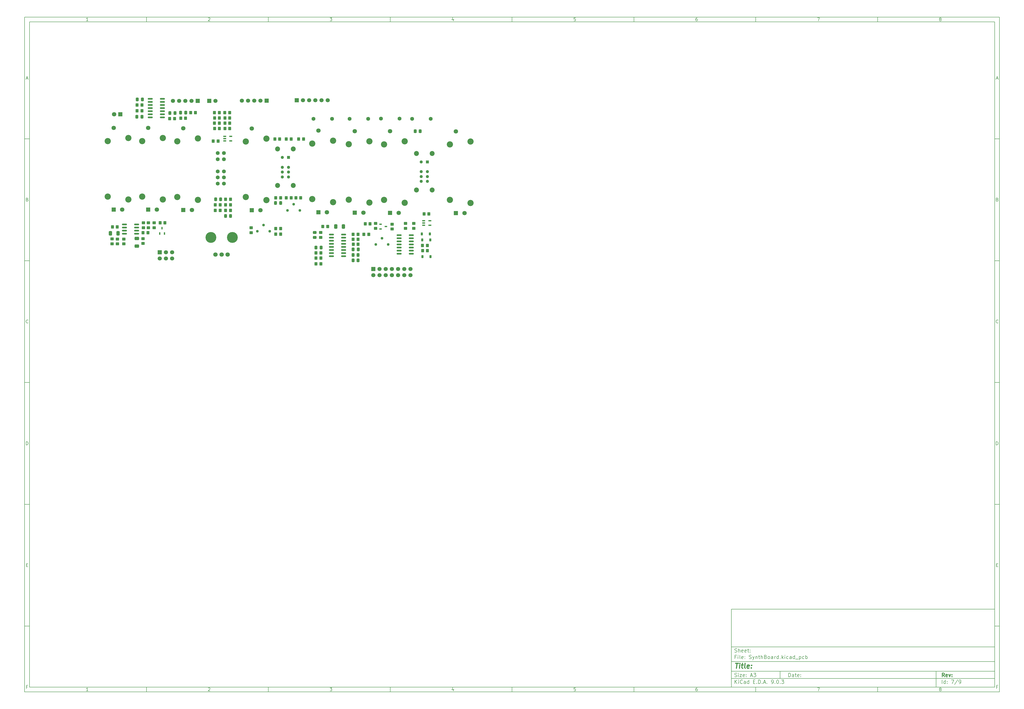
<source format=gbr>
%TF.GenerationSoftware,KiCad,Pcbnew,9.0.3*%
%TF.CreationDate,2025-09-21T20:18:17+09:00*%
%TF.ProjectId,SynthBoard,53796e74-6842-46f6-9172-642e6b696361,rev?*%
%TF.SameCoordinates,Original*%
%TF.FileFunction,Soldermask,Top*%
%TF.FilePolarity,Negative*%
%FSLAX46Y46*%
G04 Gerber Fmt 4.6, Leading zero omitted, Abs format (unit mm)*
G04 Created by KiCad (PCBNEW 9.0.3) date 2025-09-21 20:18:17*
%MOMM*%
%LPD*%
G01*
G04 APERTURE LIST*
G04 Aperture macros list*
%AMRoundRect*
0 Rectangle with rounded corners*
0 $1 Rounding radius*
0 $2 $3 $4 $5 $6 $7 $8 $9 X,Y pos of 4 corners*
0 Add a 4 corners polygon primitive as box body*
4,1,4,$2,$3,$4,$5,$6,$7,$8,$9,$2,$3,0*
0 Add four circle primitives for the rounded corners*
1,1,$1+$1,$2,$3*
1,1,$1+$1,$4,$5*
1,1,$1+$1,$6,$7*
1,1,$1+$1,$8,$9*
0 Add four rect primitives between the rounded corners*
20,1,$1+$1,$2,$3,$4,$5,0*
20,1,$1+$1,$4,$5,$6,$7,0*
20,1,$1+$1,$6,$7,$8,$9,0*
20,1,$1+$1,$8,$9,$2,$3,0*%
G04 Aperture macros list end*
%ADD10C,0.100000*%
%ADD11C,0.150000*%
%ADD12C,0.300000*%
%ADD13C,0.400000*%
%ADD14RoundRect,0.250000X0.337500X0.475000X-0.337500X0.475000X-0.337500X-0.475000X0.337500X-0.475000X0*%
%ADD15RoundRect,0.250000X0.450000X-0.350000X0.450000X0.350000X-0.450000X0.350000X-0.450000X-0.350000X0*%
%ADD16C,1.120000*%
%ADD17C,1.600000*%
%ADD18RoundRect,0.250000X0.350000X0.450000X-0.350000X0.450000X-0.350000X-0.450000X0.350000X-0.450000X0*%
%ADD19RoundRect,0.250000X-0.350000X-0.450000X0.350000X-0.450000X0.350000X0.450000X-0.350000X0.450000X0*%
%ADD20R,1.800000X1.800000*%
%ADD21C,1.800000*%
%ADD22C,2.550000*%
%ADD23RoundRect,0.250000X-0.337500X-0.475000X0.337500X-0.475000X0.337500X0.475000X-0.337500X0.475000X0*%
%ADD24R,1.700000X1.700000*%
%ADD25C,1.700000*%
%ADD26RoundRect,0.150000X-0.825000X-0.150000X0.825000X-0.150000X0.825000X0.150000X-0.825000X0.150000X0*%
%ADD27RoundRect,0.250000X0.650000X-0.412500X0.650000X0.412500X-0.650000X0.412500X-0.650000X-0.412500X0*%
%ADD28RoundRect,0.150000X-0.850000X-0.150000X0.850000X-0.150000X0.850000X0.150000X-0.850000X0.150000X0*%
%ADD29RoundRect,0.225000X-0.225000X-0.375000X0.225000X-0.375000X0.225000X0.375000X-0.225000X0.375000X0*%
%ADD30R,0.600000X1.100000*%
%ADD31R,1.200000X1.200000*%
%ADD32C,1.286000*%
%ADD33C,2.025000*%
%ADD34RoundRect,0.250000X-0.450000X0.350000X-0.450000X-0.350000X0.450000X-0.350000X0.450000X0.350000X0*%
%ADD35RoundRect,0.250000X-0.412500X-0.650000X0.412500X-0.650000X0.412500X0.650000X-0.412500X0.650000X0*%
%ADD36RoundRect,0.250000X0.475000X-0.337500X0.475000X0.337500X-0.475000X0.337500X-0.475000X-0.337500X0*%
%ADD37R,1.100000X0.600000*%
%ADD38R,1.200000X0.600000*%
%ADD39C,4.455000*%
%ADD40RoundRect,0.225000X0.225000X0.375000X-0.225000X0.375000X-0.225000X-0.375000X0.225000X-0.375000X0*%
%ADD41RoundRect,0.250000X0.412500X0.650000X-0.412500X0.650000X-0.412500X-0.650000X0.412500X-0.650000X0*%
G04 APERTURE END LIST*
D10*
D11*
X299989000Y-253002200D02*
X407989000Y-253002200D01*
X407989000Y-285002200D01*
X299989000Y-285002200D01*
X299989000Y-253002200D01*
D10*
D11*
X10000000Y-10000000D02*
X409989000Y-10000000D01*
X409989000Y-287002200D01*
X10000000Y-287002200D01*
X10000000Y-10000000D01*
D10*
D11*
X12000000Y-12000000D02*
X407989000Y-12000000D01*
X407989000Y-285002200D01*
X12000000Y-285002200D01*
X12000000Y-12000000D01*
D10*
D11*
X60000000Y-12000000D02*
X60000000Y-10000000D01*
D10*
D11*
X110000000Y-12000000D02*
X110000000Y-10000000D01*
D10*
D11*
X160000000Y-12000000D02*
X160000000Y-10000000D01*
D10*
D11*
X210000000Y-12000000D02*
X210000000Y-10000000D01*
D10*
D11*
X260000000Y-12000000D02*
X260000000Y-10000000D01*
D10*
D11*
X310000000Y-12000000D02*
X310000000Y-10000000D01*
D10*
D11*
X360000000Y-12000000D02*
X360000000Y-10000000D01*
D10*
D11*
X36089160Y-11593604D02*
X35346303Y-11593604D01*
X35717731Y-11593604D02*
X35717731Y-10293604D01*
X35717731Y-10293604D02*
X35593922Y-10479319D01*
X35593922Y-10479319D02*
X35470112Y-10603128D01*
X35470112Y-10603128D02*
X35346303Y-10665033D01*
D10*
D11*
X85346303Y-10417414D02*
X85408207Y-10355509D01*
X85408207Y-10355509D02*
X85532017Y-10293604D01*
X85532017Y-10293604D02*
X85841541Y-10293604D01*
X85841541Y-10293604D02*
X85965350Y-10355509D01*
X85965350Y-10355509D02*
X86027255Y-10417414D01*
X86027255Y-10417414D02*
X86089160Y-10541223D01*
X86089160Y-10541223D02*
X86089160Y-10665033D01*
X86089160Y-10665033D02*
X86027255Y-10850747D01*
X86027255Y-10850747D02*
X85284398Y-11593604D01*
X85284398Y-11593604D02*
X86089160Y-11593604D01*
D10*
D11*
X135284398Y-10293604D02*
X136089160Y-10293604D01*
X136089160Y-10293604D02*
X135655826Y-10788842D01*
X135655826Y-10788842D02*
X135841541Y-10788842D01*
X135841541Y-10788842D02*
X135965350Y-10850747D01*
X135965350Y-10850747D02*
X136027255Y-10912652D01*
X136027255Y-10912652D02*
X136089160Y-11036461D01*
X136089160Y-11036461D02*
X136089160Y-11345985D01*
X136089160Y-11345985D02*
X136027255Y-11469795D01*
X136027255Y-11469795D02*
X135965350Y-11531700D01*
X135965350Y-11531700D02*
X135841541Y-11593604D01*
X135841541Y-11593604D02*
X135470112Y-11593604D01*
X135470112Y-11593604D02*
X135346303Y-11531700D01*
X135346303Y-11531700D02*
X135284398Y-11469795D01*
D10*
D11*
X185965350Y-10726938D02*
X185965350Y-11593604D01*
X185655826Y-10231700D02*
X185346303Y-11160271D01*
X185346303Y-11160271D02*
X186151064Y-11160271D01*
D10*
D11*
X236027255Y-10293604D02*
X235408207Y-10293604D01*
X235408207Y-10293604D02*
X235346303Y-10912652D01*
X235346303Y-10912652D02*
X235408207Y-10850747D01*
X235408207Y-10850747D02*
X235532017Y-10788842D01*
X235532017Y-10788842D02*
X235841541Y-10788842D01*
X235841541Y-10788842D02*
X235965350Y-10850747D01*
X235965350Y-10850747D02*
X236027255Y-10912652D01*
X236027255Y-10912652D02*
X236089160Y-11036461D01*
X236089160Y-11036461D02*
X236089160Y-11345985D01*
X236089160Y-11345985D02*
X236027255Y-11469795D01*
X236027255Y-11469795D02*
X235965350Y-11531700D01*
X235965350Y-11531700D02*
X235841541Y-11593604D01*
X235841541Y-11593604D02*
X235532017Y-11593604D01*
X235532017Y-11593604D02*
X235408207Y-11531700D01*
X235408207Y-11531700D02*
X235346303Y-11469795D01*
D10*
D11*
X285965350Y-10293604D02*
X285717731Y-10293604D01*
X285717731Y-10293604D02*
X285593922Y-10355509D01*
X285593922Y-10355509D02*
X285532017Y-10417414D01*
X285532017Y-10417414D02*
X285408207Y-10603128D01*
X285408207Y-10603128D02*
X285346303Y-10850747D01*
X285346303Y-10850747D02*
X285346303Y-11345985D01*
X285346303Y-11345985D02*
X285408207Y-11469795D01*
X285408207Y-11469795D02*
X285470112Y-11531700D01*
X285470112Y-11531700D02*
X285593922Y-11593604D01*
X285593922Y-11593604D02*
X285841541Y-11593604D01*
X285841541Y-11593604D02*
X285965350Y-11531700D01*
X285965350Y-11531700D02*
X286027255Y-11469795D01*
X286027255Y-11469795D02*
X286089160Y-11345985D01*
X286089160Y-11345985D02*
X286089160Y-11036461D01*
X286089160Y-11036461D02*
X286027255Y-10912652D01*
X286027255Y-10912652D02*
X285965350Y-10850747D01*
X285965350Y-10850747D02*
X285841541Y-10788842D01*
X285841541Y-10788842D02*
X285593922Y-10788842D01*
X285593922Y-10788842D02*
X285470112Y-10850747D01*
X285470112Y-10850747D02*
X285408207Y-10912652D01*
X285408207Y-10912652D02*
X285346303Y-11036461D01*
D10*
D11*
X335284398Y-10293604D02*
X336151064Y-10293604D01*
X336151064Y-10293604D02*
X335593922Y-11593604D01*
D10*
D11*
X385593922Y-10850747D02*
X385470112Y-10788842D01*
X385470112Y-10788842D02*
X385408207Y-10726938D01*
X385408207Y-10726938D02*
X385346303Y-10603128D01*
X385346303Y-10603128D02*
X385346303Y-10541223D01*
X385346303Y-10541223D02*
X385408207Y-10417414D01*
X385408207Y-10417414D02*
X385470112Y-10355509D01*
X385470112Y-10355509D02*
X385593922Y-10293604D01*
X385593922Y-10293604D02*
X385841541Y-10293604D01*
X385841541Y-10293604D02*
X385965350Y-10355509D01*
X385965350Y-10355509D02*
X386027255Y-10417414D01*
X386027255Y-10417414D02*
X386089160Y-10541223D01*
X386089160Y-10541223D02*
X386089160Y-10603128D01*
X386089160Y-10603128D02*
X386027255Y-10726938D01*
X386027255Y-10726938D02*
X385965350Y-10788842D01*
X385965350Y-10788842D02*
X385841541Y-10850747D01*
X385841541Y-10850747D02*
X385593922Y-10850747D01*
X385593922Y-10850747D02*
X385470112Y-10912652D01*
X385470112Y-10912652D02*
X385408207Y-10974557D01*
X385408207Y-10974557D02*
X385346303Y-11098366D01*
X385346303Y-11098366D02*
X385346303Y-11345985D01*
X385346303Y-11345985D02*
X385408207Y-11469795D01*
X385408207Y-11469795D02*
X385470112Y-11531700D01*
X385470112Y-11531700D02*
X385593922Y-11593604D01*
X385593922Y-11593604D02*
X385841541Y-11593604D01*
X385841541Y-11593604D02*
X385965350Y-11531700D01*
X385965350Y-11531700D02*
X386027255Y-11469795D01*
X386027255Y-11469795D02*
X386089160Y-11345985D01*
X386089160Y-11345985D02*
X386089160Y-11098366D01*
X386089160Y-11098366D02*
X386027255Y-10974557D01*
X386027255Y-10974557D02*
X385965350Y-10912652D01*
X385965350Y-10912652D02*
X385841541Y-10850747D01*
D10*
D11*
X60000000Y-285002200D02*
X60000000Y-287002200D01*
D10*
D11*
X110000000Y-285002200D02*
X110000000Y-287002200D01*
D10*
D11*
X160000000Y-285002200D02*
X160000000Y-287002200D01*
D10*
D11*
X210000000Y-285002200D02*
X210000000Y-287002200D01*
D10*
D11*
X260000000Y-285002200D02*
X260000000Y-287002200D01*
D10*
D11*
X310000000Y-285002200D02*
X310000000Y-287002200D01*
D10*
D11*
X360000000Y-285002200D02*
X360000000Y-287002200D01*
D10*
D11*
X36089160Y-286595804D02*
X35346303Y-286595804D01*
X35717731Y-286595804D02*
X35717731Y-285295804D01*
X35717731Y-285295804D02*
X35593922Y-285481519D01*
X35593922Y-285481519D02*
X35470112Y-285605328D01*
X35470112Y-285605328D02*
X35346303Y-285667233D01*
D10*
D11*
X85346303Y-285419614D02*
X85408207Y-285357709D01*
X85408207Y-285357709D02*
X85532017Y-285295804D01*
X85532017Y-285295804D02*
X85841541Y-285295804D01*
X85841541Y-285295804D02*
X85965350Y-285357709D01*
X85965350Y-285357709D02*
X86027255Y-285419614D01*
X86027255Y-285419614D02*
X86089160Y-285543423D01*
X86089160Y-285543423D02*
X86089160Y-285667233D01*
X86089160Y-285667233D02*
X86027255Y-285852947D01*
X86027255Y-285852947D02*
X85284398Y-286595804D01*
X85284398Y-286595804D02*
X86089160Y-286595804D01*
D10*
D11*
X135284398Y-285295804D02*
X136089160Y-285295804D01*
X136089160Y-285295804D02*
X135655826Y-285791042D01*
X135655826Y-285791042D02*
X135841541Y-285791042D01*
X135841541Y-285791042D02*
X135965350Y-285852947D01*
X135965350Y-285852947D02*
X136027255Y-285914852D01*
X136027255Y-285914852D02*
X136089160Y-286038661D01*
X136089160Y-286038661D02*
X136089160Y-286348185D01*
X136089160Y-286348185D02*
X136027255Y-286471995D01*
X136027255Y-286471995D02*
X135965350Y-286533900D01*
X135965350Y-286533900D02*
X135841541Y-286595804D01*
X135841541Y-286595804D02*
X135470112Y-286595804D01*
X135470112Y-286595804D02*
X135346303Y-286533900D01*
X135346303Y-286533900D02*
X135284398Y-286471995D01*
D10*
D11*
X185965350Y-285729138D02*
X185965350Y-286595804D01*
X185655826Y-285233900D02*
X185346303Y-286162471D01*
X185346303Y-286162471D02*
X186151064Y-286162471D01*
D10*
D11*
X236027255Y-285295804D02*
X235408207Y-285295804D01*
X235408207Y-285295804D02*
X235346303Y-285914852D01*
X235346303Y-285914852D02*
X235408207Y-285852947D01*
X235408207Y-285852947D02*
X235532017Y-285791042D01*
X235532017Y-285791042D02*
X235841541Y-285791042D01*
X235841541Y-285791042D02*
X235965350Y-285852947D01*
X235965350Y-285852947D02*
X236027255Y-285914852D01*
X236027255Y-285914852D02*
X236089160Y-286038661D01*
X236089160Y-286038661D02*
X236089160Y-286348185D01*
X236089160Y-286348185D02*
X236027255Y-286471995D01*
X236027255Y-286471995D02*
X235965350Y-286533900D01*
X235965350Y-286533900D02*
X235841541Y-286595804D01*
X235841541Y-286595804D02*
X235532017Y-286595804D01*
X235532017Y-286595804D02*
X235408207Y-286533900D01*
X235408207Y-286533900D02*
X235346303Y-286471995D01*
D10*
D11*
X285965350Y-285295804D02*
X285717731Y-285295804D01*
X285717731Y-285295804D02*
X285593922Y-285357709D01*
X285593922Y-285357709D02*
X285532017Y-285419614D01*
X285532017Y-285419614D02*
X285408207Y-285605328D01*
X285408207Y-285605328D02*
X285346303Y-285852947D01*
X285346303Y-285852947D02*
X285346303Y-286348185D01*
X285346303Y-286348185D02*
X285408207Y-286471995D01*
X285408207Y-286471995D02*
X285470112Y-286533900D01*
X285470112Y-286533900D02*
X285593922Y-286595804D01*
X285593922Y-286595804D02*
X285841541Y-286595804D01*
X285841541Y-286595804D02*
X285965350Y-286533900D01*
X285965350Y-286533900D02*
X286027255Y-286471995D01*
X286027255Y-286471995D02*
X286089160Y-286348185D01*
X286089160Y-286348185D02*
X286089160Y-286038661D01*
X286089160Y-286038661D02*
X286027255Y-285914852D01*
X286027255Y-285914852D02*
X285965350Y-285852947D01*
X285965350Y-285852947D02*
X285841541Y-285791042D01*
X285841541Y-285791042D02*
X285593922Y-285791042D01*
X285593922Y-285791042D02*
X285470112Y-285852947D01*
X285470112Y-285852947D02*
X285408207Y-285914852D01*
X285408207Y-285914852D02*
X285346303Y-286038661D01*
D10*
D11*
X335284398Y-285295804D02*
X336151064Y-285295804D01*
X336151064Y-285295804D02*
X335593922Y-286595804D01*
D10*
D11*
X385593922Y-285852947D02*
X385470112Y-285791042D01*
X385470112Y-285791042D02*
X385408207Y-285729138D01*
X385408207Y-285729138D02*
X385346303Y-285605328D01*
X385346303Y-285605328D02*
X385346303Y-285543423D01*
X385346303Y-285543423D02*
X385408207Y-285419614D01*
X385408207Y-285419614D02*
X385470112Y-285357709D01*
X385470112Y-285357709D02*
X385593922Y-285295804D01*
X385593922Y-285295804D02*
X385841541Y-285295804D01*
X385841541Y-285295804D02*
X385965350Y-285357709D01*
X385965350Y-285357709D02*
X386027255Y-285419614D01*
X386027255Y-285419614D02*
X386089160Y-285543423D01*
X386089160Y-285543423D02*
X386089160Y-285605328D01*
X386089160Y-285605328D02*
X386027255Y-285729138D01*
X386027255Y-285729138D02*
X385965350Y-285791042D01*
X385965350Y-285791042D02*
X385841541Y-285852947D01*
X385841541Y-285852947D02*
X385593922Y-285852947D01*
X385593922Y-285852947D02*
X385470112Y-285914852D01*
X385470112Y-285914852D02*
X385408207Y-285976757D01*
X385408207Y-285976757D02*
X385346303Y-286100566D01*
X385346303Y-286100566D02*
X385346303Y-286348185D01*
X385346303Y-286348185D02*
X385408207Y-286471995D01*
X385408207Y-286471995D02*
X385470112Y-286533900D01*
X385470112Y-286533900D02*
X385593922Y-286595804D01*
X385593922Y-286595804D02*
X385841541Y-286595804D01*
X385841541Y-286595804D02*
X385965350Y-286533900D01*
X385965350Y-286533900D02*
X386027255Y-286471995D01*
X386027255Y-286471995D02*
X386089160Y-286348185D01*
X386089160Y-286348185D02*
X386089160Y-286100566D01*
X386089160Y-286100566D02*
X386027255Y-285976757D01*
X386027255Y-285976757D02*
X385965350Y-285914852D01*
X385965350Y-285914852D02*
X385841541Y-285852947D01*
D10*
D11*
X10000000Y-60000000D02*
X12000000Y-60000000D01*
D10*
D11*
X10000000Y-110000000D02*
X12000000Y-110000000D01*
D10*
D11*
X10000000Y-160000000D02*
X12000000Y-160000000D01*
D10*
D11*
X10000000Y-210000000D02*
X12000000Y-210000000D01*
D10*
D11*
X10000000Y-260000000D02*
X12000000Y-260000000D01*
D10*
D11*
X10690476Y-35222176D02*
X11309523Y-35222176D01*
X10566666Y-35593604D02*
X10999999Y-34293604D01*
X10999999Y-34293604D02*
X11433333Y-35593604D01*
D10*
D11*
X11092857Y-84912652D02*
X11278571Y-84974557D01*
X11278571Y-84974557D02*
X11340476Y-85036461D01*
X11340476Y-85036461D02*
X11402380Y-85160271D01*
X11402380Y-85160271D02*
X11402380Y-85345985D01*
X11402380Y-85345985D02*
X11340476Y-85469795D01*
X11340476Y-85469795D02*
X11278571Y-85531700D01*
X11278571Y-85531700D02*
X11154761Y-85593604D01*
X11154761Y-85593604D02*
X10659523Y-85593604D01*
X10659523Y-85593604D02*
X10659523Y-84293604D01*
X10659523Y-84293604D02*
X11092857Y-84293604D01*
X11092857Y-84293604D02*
X11216666Y-84355509D01*
X11216666Y-84355509D02*
X11278571Y-84417414D01*
X11278571Y-84417414D02*
X11340476Y-84541223D01*
X11340476Y-84541223D02*
X11340476Y-84665033D01*
X11340476Y-84665033D02*
X11278571Y-84788842D01*
X11278571Y-84788842D02*
X11216666Y-84850747D01*
X11216666Y-84850747D02*
X11092857Y-84912652D01*
X11092857Y-84912652D02*
X10659523Y-84912652D01*
D10*
D11*
X11402380Y-135469795D02*
X11340476Y-135531700D01*
X11340476Y-135531700D02*
X11154761Y-135593604D01*
X11154761Y-135593604D02*
X11030952Y-135593604D01*
X11030952Y-135593604D02*
X10845238Y-135531700D01*
X10845238Y-135531700D02*
X10721428Y-135407890D01*
X10721428Y-135407890D02*
X10659523Y-135284080D01*
X10659523Y-135284080D02*
X10597619Y-135036461D01*
X10597619Y-135036461D02*
X10597619Y-134850747D01*
X10597619Y-134850747D02*
X10659523Y-134603128D01*
X10659523Y-134603128D02*
X10721428Y-134479319D01*
X10721428Y-134479319D02*
X10845238Y-134355509D01*
X10845238Y-134355509D02*
X11030952Y-134293604D01*
X11030952Y-134293604D02*
X11154761Y-134293604D01*
X11154761Y-134293604D02*
X11340476Y-134355509D01*
X11340476Y-134355509D02*
X11402380Y-134417414D01*
D10*
D11*
X10659523Y-185593604D02*
X10659523Y-184293604D01*
X10659523Y-184293604D02*
X10969047Y-184293604D01*
X10969047Y-184293604D02*
X11154761Y-184355509D01*
X11154761Y-184355509D02*
X11278571Y-184479319D01*
X11278571Y-184479319D02*
X11340476Y-184603128D01*
X11340476Y-184603128D02*
X11402380Y-184850747D01*
X11402380Y-184850747D02*
X11402380Y-185036461D01*
X11402380Y-185036461D02*
X11340476Y-185284080D01*
X11340476Y-185284080D02*
X11278571Y-185407890D01*
X11278571Y-185407890D02*
X11154761Y-185531700D01*
X11154761Y-185531700D02*
X10969047Y-185593604D01*
X10969047Y-185593604D02*
X10659523Y-185593604D01*
D10*
D11*
X10721428Y-234912652D02*
X11154762Y-234912652D01*
X11340476Y-235593604D02*
X10721428Y-235593604D01*
X10721428Y-235593604D02*
X10721428Y-234293604D01*
X10721428Y-234293604D02*
X11340476Y-234293604D01*
D10*
D11*
X11185714Y-284912652D02*
X10752380Y-284912652D01*
X10752380Y-285593604D02*
X10752380Y-284293604D01*
X10752380Y-284293604D02*
X11371428Y-284293604D01*
D10*
D11*
X409989000Y-60000000D02*
X407989000Y-60000000D01*
D10*
D11*
X409989000Y-110000000D02*
X407989000Y-110000000D01*
D10*
D11*
X409989000Y-160000000D02*
X407989000Y-160000000D01*
D10*
D11*
X409989000Y-210000000D02*
X407989000Y-210000000D01*
D10*
D11*
X409989000Y-260000000D02*
X407989000Y-260000000D01*
D10*
D11*
X408679476Y-35222176D02*
X409298523Y-35222176D01*
X408555666Y-35593604D02*
X408988999Y-34293604D01*
X408988999Y-34293604D02*
X409422333Y-35593604D01*
D10*
D11*
X409081857Y-84912652D02*
X409267571Y-84974557D01*
X409267571Y-84974557D02*
X409329476Y-85036461D01*
X409329476Y-85036461D02*
X409391380Y-85160271D01*
X409391380Y-85160271D02*
X409391380Y-85345985D01*
X409391380Y-85345985D02*
X409329476Y-85469795D01*
X409329476Y-85469795D02*
X409267571Y-85531700D01*
X409267571Y-85531700D02*
X409143761Y-85593604D01*
X409143761Y-85593604D02*
X408648523Y-85593604D01*
X408648523Y-85593604D02*
X408648523Y-84293604D01*
X408648523Y-84293604D02*
X409081857Y-84293604D01*
X409081857Y-84293604D02*
X409205666Y-84355509D01*
X409205666Y-84355509D02*
X409267571Y-84417414D01*
X409267571Y-84417414D02*
X409329476Y-84541223D01*
X409329476Y-84541223D02*
X409329476Y-84665033D01*
X409329476Y-84665033D02*
X409267571Y-84788842D01*
X409267571Y-84788842D02*
X409205666Y-84850747D01*
X409205666Y-84850747D02*
X409081857Y-84912652D01*
X409081857Y-84912652D02*
X408648523Y-84912652D01*
D10*
D11*
X409391380Y-135469795D02*
X409329476Y-135531700D01*
X409329476Y-135531700D02*
X409143761Y-135593604D01*
X409143761Y-135593604D02*
X409019952Y-135593604D01*
X409019952Y-135593604D02*
X408834238Y-135531700D01*
X408834238Y-135531700D02*
X408710428Y-135407890D01*
X408710428Y-135407890D02*
X408648523Y-135284080D01*
X408648523Y-135284080D02*
X408586619Y-135036461D01*
X408586619Y-135036461D02*
X408586619Y-134850747D01*
X408586619Y-134850747D02*
X408648523Y-134603128D01*
X408648523Y-134603128D02*
X408710428Y-134479319D01*
X408710428Y-134479319D02*
X408834238Y-134355509D01*
X408834238Y-134355509D02*
X409019952Y-134293604D01*
X409019952Y-134293604D02*
X409143761Y-134293604D01*
X409143761Y-134293604D02*
X409329476Y-134355509D01*
X409329476Y-134355509D02*
X409391380Y-134417414D01*
D10*
D11*
X408648523Y-185593604D02*
X408648523Y-184293604D01*
X408648523Y-184293604D02*
X408958047Y-184293604D01*
X408958047Y-184293604D02*
X409143761Y-184355509D01*
X409143761Y-184355509D02*
X409267571Y-184479319D01*
X409267571Y-184479319D02*
X409329476Y-184603128D01*
X409329476Y-184603128D02*
X409391380Y-184850747D01*
X409391380Y-184850747D02*
X409391380Y-185036461D01*
X409391380Y-185036461D02*
X409329476Y-185284080D01*
X409329476Y-185284080D02*
X409267571Y-185407890D01*
X409267571Y-185407890D02*
X409143761Y-185531700D01*
X409143761Y-185531700D02*
X408958047Y-185593604D01*
X408958047Y-185593604D02*
X408648523Y-185593604D01*
D10*
D11*
X408710428Y-234912652D02*
X409143762Y-234912652D01*
X409329476Y-235593604D02*
X408710428Y-235593604D01*
X408710428Y-235593604D02*
X408710428Y-234293604D01*
X408710428Y-234293604D02*
X409329476Y-234293604D01*
D10*
D11*
X409174714Y-284912652D02*
X408741380Y-284912652D01*
X408741380Y-285593604D02*
X408741380Y-284293604D01*
X408741380Y-284293604D02*
X409360428Y-284293604D01*
D10*
D11*
X323444826Y-280788328D02*
X323444826Y-279288328D01*
X323444826Y-279288328D02*
X323801969Y-279288328D01*
X323801969Y-279288328D02*
X324016255Y-279359757D01*
X324016255Y-279359757D02*
X324159112Y-279502614D01*
X324159112Y-279502614D02*
X324230541Y-279645471D01*
X324230541Y-279645471D02*
X324301969Y-279931185D01*
X324301969Y-279931185D02*
X324301969Y-280145471D01*
X324301969Y-280145471D02*
X324230541Y-280431185D01*
X324230541Y-280431185D02*
X324159112Y-280574042D01*
X324159112Y-280574042D02*
X324016255Y-280716900D01*
X324016255Y-280716900D02*
X323801969Y-280788328D01*
X323801969Y-280788328D02*
X323444826Y-280788328D01*
X325587684Y-280788328D02*
X325587684Y-280002614D01*
X325587684Y-280002614D02*
X325516255Y-279859757D01*
X325516255Y-279859757D02*
X325373398Y-279788328D01*
X325373398Y-279788328D02*
X325087684Y-279788328D01*
X325087684Y-279788328D02*
X324944826Y-279859757D01*
X325587684Y-280716900D02*
X325444826Y-280788328D01*
X325444826Y-280788328D02*
X325087684Y-280788328D01*
X325087684Y-280788328D02*
X324944826Y-280716900D01*
X324944826Y-280716900D02*
X324873398Y-280574042D01*
X324873398Y-280574042D02*
X324873398Y-280431185D01*
X324873398Y-280431185D02*
X324944826Y-280288328D01*
X324944826Y-280288328D02*
X325087684Y-280216900D01*
X325087684Y-280216900D02*
X325444826Y-280216900D01*
X325444826Y-280216900D02*
X325587684Y-280145471D01*
X326087684Y-279788328D02*
X326659112Y-279788328D01*
X326301969Y-279288328D02*
X326301969Y-280574042D01*
X326301969Y-280574042D02*
X326373398Y-280716900D01*
X326373398Y-280716900D02*
X326516255Y-280788328D01*
X326516255Y-280788328D02*
X326659112Y-280788328D01*
X327730541Y-280716900D02*
X327587684Y-280788328D01*
X327587684Y-280788328D02*
X327301970Y-280788328D01*
X327301970Y-280788328D02*
X327159112Y-280716900D01*
X327159112Y-280716900D02*
X327087684Y-280574042D01*
X327087684Y-280574042D02*
X327087684Y-280002614D01*
X327087684Y-280002614D02*
X327159112Y-279859757D01*
X327159112Y-279859757D02*
X327301970Y-279788328D01*
X327301970Y-279788328D02*
X327587684Y-279788328D01*
X327587684Y-279788328D02*
X327730541Y-279859757D01*
X327730541Y-279859757D02*
X327801970Y-280002614D01*
X327801970Y-280002614D02*
X327801970Y-280145471D01*
X327801970Y-280145471D02*
X327087684Y-280288328D01*
X328444826Y-280645471D02*
X328516255Y-280716900D01*
X328516255Y-280716900D02*
X328444826Y-280788328D01*
X328444826Y-280788328D02*
X328373398Y-280716900D01*
X328373398Y-280716900D02*
X328444826Y-280645471D01*
X328444826Y-280645471D02*
X328444826Y-280788328D01*
X328444826Y-279859757D02*
X328516255Y-279931185D01*
X328516255Y-279931185D02*
X328444826Y-280002614D01*
X328444826Y-280002614D02*
X328373398Y-279931185D01*
X328373398Y-279931185D02*
X328444826Y-279859757D01*
X328444826Y-279859757D02*
X328444826Y-280002614D01*
D10*
D11*
X299989000Y-281502200D02*
X407989000Y-281502200D01*
D10*
D11*
X301444826Y-283588328D02*
X301444826Y-282088328D01*
X302301969Y-283588328D02*
X301659112Y-282731185D01*
X302301969Y-282088328D02*
X301444826Y-282945471D01*
X302944826Y-283588328D02*
X302944826Y-282588328D01*
X302944826Y-282088328D02*
X302873398Y-282159757D01*
X302873398Y-282159757D02*
X302944826Y-282231185D01*
X302944826Y-282231185D02*
X303016255Y-282159757D01*
X303016255Y-282159757D02*
X302944826Y-282088328D01*
X302944826Y-282088328D02*
X302944826Y-282231185D01*
X304516255Y-283445471D02*
X304444827Y-283516900D01*
X304444827Y-283516900D02*
X304230541Y-283588328D01*
X304230541Y-283588328D02*
X304087684Y-283588328D01*
X304087684Y-283588328D02*
X303873398Y-283516900D01*
X303873398Y-283516900D02*
X303730541Y-283374042D01*
X303730541Y-283374042D02*
X303659112Y-283231185D01*
X303659112Y-283231185D02*
X303587684Y-282945471D01*
X303587684Y-282945471D02*
X303587684Y-282731185D01*
X303587684Y-282731185D02*
X303659112Y-282445471D01*
X303659112Y-282445471D02*
X303730541Y-282302614D01*
X303730541Y-282302614D02*
X303873398Y-282159757D01*
X303873398Y-282159757D02*
X304087684Y-282088328D01*
X304087684Y-282088328D02*
X304230541Y-282088328D01*
X304230541Y-282088328D02*
X304444827Y-282159757D01*
X304444827Y-282159757D02*
X304516255Y-282231185D01*
X305801970Y-283588328D02*
X305801970Y-282802614D01*
X305801970Y-282802614D02*
X305730541Y-282659757D01*
X305730541Y-282659757D02*
X305587684Y-282588328D01*
X305587684Y-282588328D02*
X305301970Y-282588328D01*
X305301970Y-282588328D02*
X305159112Y-282659757D01*
X305801970Y-283516900D02*
X305659112Y-283588328D01*
X305659112Y-283588328D02*
X305301970Y-283588328D01*
X305301970Y-283588328D02*
X305159112Y-283516900D01*
X305159112Y-283516900D02*
X305087684Y-283374042D01*
X305087684Y-283374042D02*
X305087684Y-283231185D01*
X305087684Y-283231185D02*
X305159112Y-283088328D01*
X305159112Y-283088328D02*
X305301970Y-283016900D01*
X305301970Y-283016900D02*
X305659112Y-283016900D01*
X305659112Y-283016900D02*
X305801970Y-282945471D01*
X307159113Y-283588328D02*
X307159113Y-282088328D01*
X307159113Y-283516900D02*
X307016255Y-283588328D01*
X307016255Y-283588328D02*
X306730541Y-283588328D01*
X306730541Y-283588328D02*
X306587684Y-283516900D01*
X306587684Y-283516900D02*
X306516255Y-283445471D01*
X306516255Y-283445471D02*
X306444827Y-283302614D01*
X306444827Y-283302614D02*
X306444827Y-282874042D01*
X306444827Y-282874042D02*
X306516255Y-282731185D01*
X306516255Y-282731185D02*
X306587684Y-282659757D01*
X306587684Y-282659757D02*
X306730541Y-282588328D01*
X306730541Y-282588328D02*
X307016255Y-282588328D01*
X307016255Y-282588328D02*
X307159113Y-282659757D01*
X309016255Y-282802614D02*
X309516255Y-282802614D01*
X309730541Y-283588328D02*
X309016255Y-283588328D01*
X309016255Y-283588328D02*
X309016255Y-282088328D01*
X309016255Y-282088328D02*
X309730541Y-282088328D01*
X310373398Y-283445471D02*
X310444827Y-283516900D01*
X310444827Y-283516900D02*
X310373398Y-283588328D01*
X310373398Y-283588328D02*
X310301970Y-283516900D01*
X310301970Y-283516900D02*
X310373398Y-283445471D01*
X310373398Y-283445471D02*
X310373398Y-283588328D01*
X311087684Y-283588328D02*
X311087684Y-282088328D01*
X311087684Y-282088328D02*
X311444827Y-282088328D01*
X311444827Y-282088328D02*
X311659113Y-282159757D01*
X311659113Y-282159757D02*
X311801970Y-282302614D01*
X311801970Y-282302614D02*
X311873399Y-282445471D01*
X311873399Y-282445471D02*
X311944827Y-282731185D01*
X311944827Y-282731185D02*
X311944827Y-282945471D01*
X311944827Y-282945471D02*
X311873399Y-283231185D01*
X311873399Y-283231185D02*
X311801970Y-283374042D01*
X311801970Y-283374042D02*
X311659113Y-283516900D01*
X311659113Y-283516900D02*
X311444827Y-283588328D01*
X311444827Y-283588328D02*
X311087684Y-283588328D01*
X312587684Y-283445471D02*
X312659113Y-283516900D01*
X312659113Y-283516900D02*
X312587684Y-283588328D01*
X312587684Y-283588328D02*
X312516256Y-283516900D01*
X312516256Y-283516900D02*
X312587684Y-283445471D01*
X312587684Y-283445471D02*
X312587684Y-283588328D01*
X313230542Y-283159757D02*
X313944828Y-283159757D01*
X313087685Y-283588328D02*
X313587685Y-282088328D01*
X313587685Y-282088328D02*
X314087685Y-283588328D01*
X314587684Y-283445471D02*
X314659113Y-283516900D01*
X314659113Y-283516900D02*
X314587684Y-283588328D01*
X314587684Y-283588328D02*
X314516256Y-283516900D01*
X314516256Y-283516900D02*
X314587684Y-283445471D01*
X314587684Y-283445471D02*
X314587684Y-283588328D01*
X316516256Y-283588328D02*
X316801970Y-283588328D01*
X316801970Y-283588328D02*
X316944827Y-283516900D01*
X316944827Y-283516900D02*
X317016256Y-283445471D01*
X317016256Y-283445471D02*
X317159113Y-283231185D01*
X317159113Y-283231185D02*
X317230542Y-282945471D01*
X317230542Y-282945471D02*
X317230542Y-282374042D01*
X317230542Y-282374042D02*
X317159113Y-282231185D01*
X317159113Y-282231185D02*
X317087685Y-282159757D01*
X317087685Y-282159757D02*
X316944827Y-282088328D01*
X316944827Y-282088328D02*
X316659113Y-282088328D01*
X316659113Y-282088328D02*
X316516256Y-282159757D01*
X316516256Y-282159757D02*
X316444827Y-282231185D01*
X316444827Y-282231185D02*
X316373399Y-282374042D01*
X316373399Y-282374042D02*
X316373399Y-282731185D01*
X316373399Y-282731185D02*
X316444827Y-282874042D01*
X316444827Y-282874042D02*
X316516256Y-282945471D01*
X316516256Y-282945471D02*
X316659113Y-283016900D01*
X316659113Y-283016900D02*
X316944827Y-283016900D01*
X316944827Y-283016900D02*
X317087685Y-282945471D01*
X317087685Y-282945471D02*
X317159113Y-282874042D01*
X317159113Y-282874042D02*
X317230542Y-282731185D01*
X317873398Y-283445471D02*
X317944827Y-283516900D01*
X317944827Y-283516900D02*
X317873398Y-283588328D01*
X317873398Y-283588328D02*
X317801970Y-283516900D01*
X317801970Y-283516900D02*
X317873398Y-283445471D01*
X317873398Y-283445471D02*
X317873398Y-283588328D01*
X318873399Y-282088328D02*
X319016256Y-282088328D01*
X319016256Y-282088328D02*
X319159113Y-282159757D01*
X319159113Y-282159757D02*
X319230542Y-282231185D01*
X319230542Y-282231185D02*
X319301970Y-282374042D01*
X319301970Y-282374042D02*
X319373399Y-282659757D01*
X319373399Y-282659757D02*
X319373399Y-283016900D01*
X319373399Y-283016900D02*
X319301970Y-283302614D01*
X319301970Y-283302614D02*
X319230542Y-283445471D01*
X319230542Y-283445471D02*
X319159113Y-283516900D01*
X319159113Y-283516900D02*
X319016256Y-283588328D01*
X319016256Y-283588328D02*
X318873399Y-283588328D01*
X318873399Y-283588328D02*
X318730542Y-283516900D01*
X318730542Y-283516900D02*
X318659113Y-283445471D01*
X318659113Y-283445471D02*
X318587684Y-283302614D01*
X318587684Y-283302614D02*
X318516256Y-283016900D01*
X318516256Y-283016900D02*
X318516256Y-282659757D01*
X318516256Y-282659757D02*
X318587684Y-282374042D01*
X318587684Y-282374042D02*
X318659113Y-282231185D01*
X318659113Y-282231185D02*
X318730542Y-282159757D01*
X318730542Y-282159757D02*
X318873399Y-282088328D01*
X320016255Y-283445471D02*
X320087684Y-283516900D01*
X320087684Y-283516900D02*
X320016255Y-283588328D01*
X320016255Y-283588328D02*
X319944827Y-283516900D01*
X319944827Y-283516900D02*
X320016255Y-283445471D01*
X320016255Y-283445471D02*
X320016255Y-283588328D01*
X320587684Y-282088328D02*
X321516256Y-282088328D01*
X321516256Y-282088328D02*
X321016256Y-282659757D01*
X321016256Y-282659757D02*
X321230541Y-282659757D01*
X321230541Y-282659757D02*
X321373399Y-282731185D01*
X321373399Y-282731185D02*
X321444827Y-282802614D01*
X321444827Y-282802614D02*
X321516256Y-282945471D01*
X321516256Y-282945471D02*
X321516256Y-283302614D01*
X321516256Y-283302614D02*
X321444827Y-283445471D01*
X321444827Y-283445471D02*
X321373399Y-283516900D01*
X321373399Y-283516900D02*
X321230541Y-283588328D01*
X321230541Y-283588328D02*
X320801970Y-283588328D01*
X320801970Y-283588328D02*
X320659113Y-283516900D01*
X320659113Y-283516900D02*
X320587684Y-283445471D01*
D10*
D11*
X299989000Y-278502200D02*
X407989000Y-278502200D01*
D10*
D12*
X387400653Y-280780528D02*
X386900653Y-280066242D01*
X386543510Y-280780528D02*
X386543510Y-279280528D01*
X386543510Y-279280528D02*
X387114939Y-279280528D01*
X387114939Y-279280528D02*
X387257796Y-279351957D01*
X387257796Y-279351957D02*
X387329225Y-279423385D01*
X387329225Y-279423385D02*
X387400653Y-279566242D01*
X387400653Y-279566242D02*
X387400653Y-279780528D01*
X387400653Y-279780528D02*
X387329225Y-279923385D01*
X387329225Y-279923385D02*
X387257796Y-279994814D01*
X387257796Y-279994814D02*
X387114939Y-280066242D01*
X387114939Y-280066242D02*
X386543510Y-280066242D01*
X388614939Y-280709100D02*
X388472082Y-280780528D01*
X388472082Y-280780528D02*
X388186368Y-280780528D01*
X388186368Y-280780528D02*
X388043510Y-280709100D01*
X388043510Y-280709100D02*
X387972082Y-280566242D01*
X387972082Y-280566242D02*
X387972082Y-279994814D01*
X387972082Y-279994814D02*
X388043510Y-279851957D01*
X388043510Y-279851957D02*
X388186368Y-279780528D01*
X388186368Y-279780528D02*
X388472082Y-279780528D01*
X388472082Y-279780528D02*
X388614939Y-279851957D01*
X388614939Y-279851957D02*
X388686368Y-279994814D01*
X388686368Y-279994814D02*
X388686368Y-280137671D01*
X388686368Y-280137671D02*
X387972082Y-280280528D01*
X389186367Y-279780528D02*
X389543510Y-280780528D01*
X389543510Y-280780528D02*
X389900653Y-279780528D01*
X390472081Y-280637671D02*
X390543510Y-280709100D01*
X390543510Y-280709100D02*
X390472081Y-280780528D01*
X390472081Y-280780528D02*
X390400653Y-280709100D01*
X390400653Y-280709100D02*
X390472081Y-280637671D01*
X390472081Y-280637671D02*
X390472081Y-280780528D01*
X390472081Y-279851957D02*
X390543510Y-279923385D01*
X390543510Y-279923385D02*
X390472081Y-279994814D01*
X390472081Y-279994814D02*
X390400653Y-279923385D01*
X390400653Y-279923385D02*
X390472081Y-279851957D01*
X390472081Y-279851957D02*
X390472081Y-279994814D01*
D10*
D11*
X301373398Y-280716900D02*
X301587684Y-280788328D01*
X301587684Y-280788328D02*
X301944826Y-280788328D01*
X301944826Y-280788328D02*
X302087684Y-280716900D01*
X302087684Y-280716900D02*
X302159112Y-280645471D01*
X302159112Y-280645471D02*
X302230541Y-280502614D01*
X302230541Y-280502614D02*
X302230541Y-280359757D01*
X302230541Y-280359757D02*
X302159112Y-280216900D01*
X302159112Y-280216900D02*
X302087684Y-280145471D01*
X302087684Y-280145471D02*
X301944826Y-280074042D01*
X301944826Y-280074042D02*
X301659112Y-280002614D01*
X301659112Y-280002614D02*
X301516255Y-279931185D01*
X301516255Y-279931185D02*
X301444826Y-279859757D01*
X301444826Y-279859757D02*
X301373398Y-279716900D01*
X301373398Y-279716900D02*
X301373398Y-279574042D01*
X301373398Y-279574042D02*
X301444826Y-279431185D01*
X301444826Y-279431185D02*
X301516255Y-279359757D01*
X301516255Y-279359757D02*
X301659112Y-279288328D01*
X301659112Y-279288328D02*
X302016255Y-279288328D01*
X302016255Y-279288328D02*
X302230541Y-279359757D01*
X302873397Y-280788328D02*
X302873397Y-279788328D01*
X302873397Y-279288328D02*
X302801969Y-279359757D01*
X302801969Y-279359757D02*
X302873397Y-279431185D01*
X302873397Y-279431185D02*
X302944826Y-279359757D01*
X302944826Y-279359757D02*
X302873397Y-279288328D01*
X302873397Y-279288328D02*
X302873397Y-279431185D01*
X303444826Y-279788328D02*
X304230541Y-279788328D01*
X304230541Y-279788328D02*
X303444826Y-280788328D01*
X303444826Y-280788328D02*
X304230541Y-280788328D01*
X305373398Y-280716900D02*
X305230541Y-280788328D01*
X305230541Y-280788328D02*
X304944827Y-280788328D01*
X304944827Y-280788328D02*
X304801969Y-280716900D01*
X304801969Y-280716900D02*
X304730541Y-280574042D01*
X304730541Y-280574042D02*
X304730541Y-280002614D01*
X304730541Y-280002614D02*
X304801969Y-279859757D01*
X304801969Y-279859757D02*
X304944827Y-279788328D01*
X304944827Y-279788328D02*
X305230541Y-279788328D01*
X305230541Y-279788328D02*
X305373398Y-279859757D01*
X305373398Y-279859757D02*
X305444827Y-280002614D01*
X305444827Y-280002614D02*
X305444827Y-280145471D01*
X305444827Y-280145471D02*
X304730541Y-280288328D01*
X306087683Y-280645471D02*
X306159112Y-280716900D01*
X306159112Y-280716900D02*
X306087683Y-280788328D01*
X306087683Y-280788328D02*
X306016255Y-280716900D01*
X306016255Y-280716900D02*
X306087683Y-280645471D01*
X306087683Y-280645471D02*
X306087683Y-280788328D01*
X306087683Y-279859757D02*
X306159112Y-279931185D01*
X306159112Y-279931185D02*
X306087683Y-280002614D01*
X306087683Y-280002614D02*
X306016255Y-279931185D01*
X306016255Y-279931185D02*
X306087683Y-279859757D01*
X306087683Y-279859757D02*
X306087683Y-280002614D01*
X307873398Y-280359757D02*
X308587684Y-280359757D01*
X307730541Y-280788328D02*
X308230541Y-279288328D01*
X308230541Y-279288328D02*
X308730541Y-280788328D01*
X309087683Y-279288328D02*
X310016255Y-279288328D01*
X310016255Y-279288328D02*
X309516255Y-279859757D01*
X309516255Y-279859757D02*
X309730540Y-279859757D01*
X309730540Y-279859757D02*
X309873398Y-279931185D01*
X309873398Y-279931185D02*
X309944826Y-280002614D01*
X309944826Y-280002614D02*
X310016255Y-280145471D01*
X310016255Y-280145471D02*
X310016255Y-280502614D01*
X310016255Y-280502614D02*
X309944826Y-280645471D01*
X309944826Y-280645471D02*
X309873398Y-280716900D01*
X309873398Y-280716900D02*
X309730540Y-280788328D01*
X309730540Y-280788328D02*
X309301969Y-280788328D01*
X309301969Y-280788328D02*
X309159112Y-280716900D01*
X309159112Y-280716900D02*
X309087683Y-280645471D01*
D10*
D11*
X386444826Y-283588328D02*
X386444826Y-282088328D01*
X387801970Y-283588328D02*
X387801970Y-282088328D01*
X387801970Y-283516900D02*
X387659112Y-283588328D01*
X387659112Y-283588328D02*
X387373398Y-283588328D01*
X387373398Y-283588328D02*
X387230541Y-283516900D01*
X387230541Y-283516900D02*
X387159112Y-283445471D01*
X387159112Y-283445471D02*
X387087684Y-283302614D01*
X387087684Y-283302614D02*
X387087684Y-282874042D01*
X387087684Y-282874042D02*
X387159112Y-282731185D01*
X387159112Y-282731185D02*
X387230541Y-282659757D01*
X387230541Y-282659757D02*
X387373398Y-282588328D01*
X387373398Y-282588328D02*
X387659112Y-282588328D01*
X387659112Y-282588328D02*
X387801970Y-282659757D01*
X388516255Y-283445471D02*
X388587684Y-283516900D01*
X388587684Y-283516900D02*
X388516255Y-283588328D01*
X388516255Y-283588328D02*
X388444827Y-283516900D01*
X388444827Y-283516900D02*
X388516255Y-283445471D01*
X388516255Y-283445471D02*
X388516255Y-283588328D01*
X388516255Y-282659757D02*
X388587684Y-282731185D01*
X388587684Y-282731185D02*
X388516255Y-282802614D01*
X388516255Y-282802614D02*
X388444827Y-282731185D01*
X388444827Y-282731185D02*
X388516255Y-282659757D01*
X388516255Y-282659757D02*
X388516255Y-282802614D01*
X390230541Y-282088328D02*
X391230541Y-282088328D01*
X391230541Y-282088328D02*
X390587684Y-283588328D01*
X392873398Y-282016900D02*
X391587684Y-283945471D01*
X393444827Y-283588328D02*
X393730541Y-283588328D01*
X393730541Y-283588328D02*
X393873398Y-283516900D01*
X393873398Y-283516900D02*
X393944827Y-283445471D01*
X393944827Y-283445471D02*
X394087684Y-283231185D01*
X394087684Y-283231185D02*
X394159113Y-282945471D01*
X394159113Y-282945471D02*
X394159113Y-282374042D01*
X394159113Y-282374042D02*
X394087684Y-282231185D01*
X394087684Y-282231185D02*
X394016256Y-282159757D01*
X394016256Y-282159757D02*
X393873398Y-282088328D01*
X393873398Y-282088328D02*
X393587684Y-282088328D01*
X393587684Y-282088328D02*
X393444827Y-282159757D01*
X393444827Y-282159757D02*
X393373398Y-282231185D01*
X393373398Y-282231185D02*
X393301970Y-282374042D01*
X393301970Y-282374042D02*
X393301970Y-282731185D01*
X393301970Y-282731185D02*
X393373398Y-282874042D01*
X393373398Y-282874042D02*
X393444827Y-282945471D01*
X393444827Y-282945471D02*
X393587684Y-283016900D01*
X393587684Y-283016900D02*
X393873398Y-283016900D01*
X393873398Y-283016900D02*
X394016256Y-282945471D01*
X394016256Y-282945471D02*
X394087684Y-282874042D01*
X394087684Y-282874042D02*
X394159113Y-282731185D01*
D10*
D11*
X299989000Y-274502200D02*
X407989000Y-274502200D01*
D10*
D13*
X301680728Y-275206638D02*
X302823585Y-275206638D01*
X302002157Y-277206638D02*
X302252157Y-275206638D01*
X303240252Y-277206638D02*
X303406919Y-275873304D01*
X303490252Y-275206638D02*
X303383109Y-275301876D01*
X303383109Y-275301876D02*
X303466443Y-275397114D01*
X303466443Y-275397114D02*
X303573586Y-275301876D01*
X303573586Y-275301876D02*
X303490252Y-275206638D01*
X303490252Y-275206638D02*
X303466443Y-275397114D01*
X304073586Y-275873304D02*
X304835490Y-275873304D01*
X304442633Y-275206638D02*
X304228348Y-276920923D01*
X304228348Y-276920923D02*
X304299776Y-277111400D01*
X304299776Y-277111400D02*
X304478348Y-277206638D01*
X304478348Y-277206638D02*
X304668824Y-277206638D01*
X305621205Y-277206638D02*
X305442633Y-277111400D01*
X305442633Y-277111400D02*
X305371205Y-276920923D01*
X305371205Y-276920923D02*
X305585490Y-275206638D01*
X307156919Y-277111400D02*
X306954538Y-277206638D01*
X306954538Y-277206638D02*
X306573585Y-277206638D01*
X306573585Y-277206638D02*
X306395014Y-277111400D01*
X306395014Y-277111400D02*
X306323585Y-276920923D01*
X306323585Y-276920923D02*
X306418824Y-276159019D01*
X306418824Y-276159019D02*
X306537871Y-275968542D01*
X306537871Y-275968542D02*
X306740252Y-275873304D01*
X306740252Y-275873304D02*
X307121204Y-275873304D01*
X307121204Y-275873304D02*
X307299776Y-275968542D01*
X307299776Y-275968542D02*
X307371204Y-276159019D01*
X307371204Y-276159019D02*
X307347395Y-276349495D01*
X307347395Y-276349495D02*
X306371204Y-276539971D01*
X308121205Y-277016161D02*
X308204538Y-277111400D01*
X308204538Y-277111400D02*
X308097395Y-277206638D01*
X308097395Y-277206638D02*
X308014062Y-277111400D01*
X308014062Y-277111400D02*
X308121205Y-277016161D01*
X308121205Y-277016161D02*
X308097395Y-277206638D01*
X308252157Y-275968542D02*
X308335490Y-276063780D01*
X308335490Y-276063780D02*
X308228348Y-276159019D01*
X308228348Y-276159019D02*
X308145014Y-276063780D01*
X308145014Y-276063780D02*
X308252157Y-275968542D01*
X308252157Y-275968542D02*
X308228348Y-276159019D01*
D10*
D11*
X301944826Y-272602614D02*
X301444826Y-272602614D01*
X301444826Y-273388328D02*
X301444826Y-271888328D01*
X301444826Y-271888328D02*
X302159112Y-271888328D01*
X302730540Y-273388328D02*
X302730540Y-272388328D01*
X302730540Y-271888328D02*
X302659112Y-271959757D01*
X302659112Y-271959757D02*
X302730540Y-272031185D01*
X302730540Y-272031185D02*
X302801969Y-271959757D01*
X302801969Y-271959757D02*
X302730540Y-271888328D01*
X302730540Y-271888328D02*
X302730540Y-272031185D01*
X303659112Y-273388328D02*
X303516255Y-273316900D01*
X303516255Y-273316900D02*
X303444826Y-273174042D01*
X303444826Y-273174042D02*
X303444826Y-271888328D01*
X304801969Y-273316900D02*
X304659112Y-273388328D01*
X304659112Y-273388328D02*
X304373398Y-273388328D01*
X304373398Y-273388328D02*
X304230540Y-273316900D01*
X304230540Y-273316900D02*
X304159112Y-273174042D01*
X304159112Y-273174042D02*
X304159112Y-272602614D01*
X304159112Y-272602614D02*
X304230540Y-272459757D01*
X304230540Y-272459757D02*
X304373398Y-272388328D01*
X304373398Y-272388328D02*
X304659112Y-272388328D01*
X304659112Y-272388328D02*
X304801969Y-272459757D01*
X304801969Y-272459757D02*
X304873398Y-272602614D01*
X304873398Y-272602614D02*
X304873398Y-272745471D01*
X304873398Y-272745471D02*
X304159112Y-272888328D01*
X305516254Y-273245471D02*
X305587683Y-273316900D01*
X305587683Y-273316900D02*
X305516254Y-273388328D01*
X305516254Y-273388328D02*
X305444826Y-273316900D01*
X305444826Y-273316900D02*
X305516254Y-273245471D01*
X305516254Y-273245471D02*
X305516254Y-273388328D01*
X305516254Y-272459757D02*
X305587683Y-272531185D01*
X305587683Y-272531185D02*
X305516254Y-272602614D01*
X305516254Y-272602614D02*
X305444826Y-272531185D01*
X305444826Y-272531185D02*
X305516254Y-272459757D01*
X305516254Y-272459757D02*
X305516254Y-272602614D01*
X307301969Y-273316900D02*
X307516255Y-273388328D01*
X307516255Y-273388328D02*
X307873397Y-273388328D01*
X307873397Y-273388328D02*
X308016255Y-273316900D01*
X308016255Y-273316900D02*
X308087683Y-273245471D01*
X308087683Y-273245471D02*
X308159112Y-273102614D01*
X308159112Y-273102614D02*
X308159112Y-272959757D01*
X308159112Y-272959757D02*
X308087683Y-272816900D01*
X308087683Y-272816900D02*
X308016255Y-272745471D01*
X308016255Y-272745471D02*
X307873397Y-272674042D01*
X307873397Y-272674042D02*
X307587683Y-272602614D01*
X307587683Y-272602614D02*
X307444826Y-272531185D01*
X307444826Y-272531185D02*
X307373397Y-272459757D01*
X307373397Y-272459757D02*
X307301969Y-272316900D01*
X307301969Y-272316900D02*
X307301969Y-272174042D01*
X307301969Y-272174042D02*
X307373397Y-272031185D01*
X307373397Y-272031185D02*
X307444826Y-271959757D01*
X307444826Y-271959757D02*
X307587683Y-271888328D01*
X307587683Y-271888328D02*
X307944826Y-271888328D01*
X307944826Y-271888328D02*
X308159112Y-271959757D01*
X308659111Y-272388328D02*
X309016254Y-273388328D01*
X309373397Y-272388328D02*
X309016254Y-273388328D01*
X309016254Y-273388328D02*
X308873397Y-273745471D01*
X308873397Y-273745471D02*
X308801968Y-273816900D01*
X308801968Y-273816900D02*
X308659111Y-273888328D01*
X309944825Y-272388328D02*
X309944825Y-273388328D01*
X309944825Y-272531185D02*
X310016254Y-272459757D01*
X310016254Y-272459757D02*
X310159111Y-272388328D01*
X310159111Y-272388328D02*
X310373397Y-272388328D01*
X310373397Y-272388328D02*
X310516254Y-272459757D01*
X310516254Y-272459757D02*
X310587683Y-272602614D01*
X310587683Y-272602614D02*
X310587683Y-273388328D01*
X311087683Y-272388328D02*
X311659111Y-272388328D01*
X311301968Y-271888328D02*
X311301968Y-273174042D01*
X311301968Y-273174042D02*
X311373397Y-273316900D01*
X311373397Y-273316900D02*
X311516254Y-273388328D01*
X311516254Y-273388328D02*
X311659111Y-273388328D01*
X312159111Y-273388328D02*
X312159111Y-271888328D01*
X312801969Y-273388328D02*
X312801969Y-272602614D01*
X312801969Y-272602614D02*
X312730540Y-272459757D01*
X312730540Y-272459757D02*
X312587683Y-272388328D01*
X312587683Y-272388328D02*
X312373397Y-272388328D01*
X312373397Y-272388328D02*
X312230540Y-272459757D01*
X312230540Y-272459757D02*
X312159111Y-272531185D01*
X314016254Y-272602614D02*
X314230540Y-272674042D01*
X314230540Y-272674042D02*
X314301969Y-272745471D01*
X314301969Y-272745471D02*
X314373397Y-272888328D01*
X314373397Y-272888328D02*
X314373397Y-273102614D01*
X314373397Y-273102614D02*
X314301969Y-273245471D01*
X314301969Y-273245471D02*
X314230540Y-273316900D01*
X314230540Y-273316900D02*
X314087683Y-273388328D01*
X314087683Y-273388328D02*
X313516254Y-273388328D01*
X313516254Y-273388328D02*
X313516254Y-271888328D01*
X313516254Y-271888328D02*
X314016254Y-271888328D01*
X314016254Y-271888328D02*
X314159112Y-271959757D01*
X314159112Y-271959757D02*
X314230540Y-272031185D01*
X314230540Y-272031185D02*
X314301969Y-272174042D01*
X314301969Y-272174042D02*
X314301969Y-272316900D01*
X314301969Y-272316900D02*
X314230540Y-272459757D01*
X314230540Y-272459757D02*
X314159112Y-272531185D01*
X314159112Y-272531185D02*
X314016254Y-272602614D01*
X314016254Y-272602614D02*
X313516254Y-272602614D01*
X315230540Y-273388328D02*
X315087683Y-273316900D01*
X315087683Y-273316900D02*
X315016254Y-273245471D01*
X315016254Y-273245471D02*
X314944826Y-273102614D01*
X314944826Y-273102614D02*
X314944826Y-272674042D01*
X314944826Y-272674042D02*
X315016254Y-272531185D01*
X315016254Y-272531185D02*
X315087683Y-272459757D01*
X315087683Y-272459757D02*
X315230540Y-272388328D01*
X315230540Y-272388328D02*
X315444826Y-272388328D01*
X315444826Y-272388328D02*
X315587683Y-272459757D01*
X315587683Y-272459757D02*
X315659112Y-272531185D01*
X315659112Y-272531185D02*
X315730540Y-272674042D01*
X315730540Y-272674042D02*
X315730540Y-273102614D01*
X315730540Y-273102614D02*
X315659112Y-273245471D01*
X315659112Y-273245471D02*
X315587683Y-273316900D01*
X315587683Y-273316900D02*
X315444826Y-273388328D01*
X315444826Y-273388328D02*
X315230540Y-273388328D01*
X317016255Y-273388328D02*
X317016255Y-272602614D01*
X317016255Y-272602614D02*
X316944826Y-272459757D01*
X316944826Y-272459757D02*
X316801969Y-272388328D01*
X316801969Y-272388328D02*
X316516255Y-272388328D01*
X316516255Y-272388328D02*
X316373397Y-272459757D01*
X317016255Y-273316900D02*
X316873397Y-273388328D01*
X316873397Y-273388328D02*
X316516255Y-273388328D01*
X316516255Y-273388328D02*
X316373397Y-273316900D01*
X316373397Y-273316900D02*
X316301969Y-273174042D01*
X316301969Y-273174042D02*
X316301969Y-273031185D01*
X316301969Y-273031185D02*
X316373397Y-272888328D01*
X316373397Y-272888328D02*
X316516255Y-272816900D01*
X316516255Y-272816900D02*
X316873397Y-272816900D01*
X316873397Y-272816900D02*
X317016255Y-272745471D01*
X317730540Y-273388328D02*
X317730540Y-272388328D01*
X317730540Y-272674042D02*
X317801969Y-272531185D01*
X317801969Y-272531185D02*
X317873398Y-272459757D01*
X317873398Y-272459757D02*
X318016255Y-272388328D01*
X318016255Y-272388328D02*
X318159112Y-272388328D01*
X319301969Y-273388328D02*
X319301969Y-271888328D01*
X319301969Y-273316900D02*
X319159111Y-273388328D01*
X319159111Y-273388328D02*
X318873397Y-273388328D01*
X318873397Y-273388328D02*
X318730540Y-273316900D01*
X318730540Y-273316900D02*
X318659111Y-273245471D01*
X318659111Y-273245471D02*
X318587683Y-273102614D01*
X318587683Y-273102614D02*
X318587683Y-272674042D01*
X318587683Y-272674042D02*
X318659111Y-272531185D01*
X318659111Y-272531185D02*
X318730540Y-272459757D01*
X318730540Y-272459757D02*
X318873397Y-272388328D01*
X318873397Y-272388328D02*
X319159111Y-272388328D01*
X319159111Y-272388328D02*
X319301969Y-272459757D01*
X320016254Y-273245471D02*
X320087683Y-273316900D01*
X320087683Y-273316900D02*
X320016254Y-273388328D01*
X320016254Y-273388328D02*
X319944826Y-273316900D01*
X319944826Y-273316900D02*
X320016254Y-273245471D01*
X320016254Y-273245471D02*
X320016254Y-273388328D01*
X320730540Y-273388328D02*
X320730540Y-271888328D01*
X320873398Y-272816900D02*
X321301969Y-273388328D01*
X321301969Y-272388328D02*
X320730540Y-272959757D01*
X321944826Y-273388328D02*
X321944826Y-272388328D01*
X321944826Y-271888328D02*
X321873398Y-271959757D01*
X321873398Y-271959757D02*
X321944826Y-272031185D01*
X321944826Y-272031185D02*
X322016255Y-271959757D01*
X322016255Y-271959757D02*
X321944826Y-271888328D01*
X321944826Y-271888328D02*
X321944826Y-272031185D01*
X323301970Y-273316900D02*
X323159112Y-273388328D01*
X323159112Y-273388328D02*
X322873398Y-273388328D01*
X322873398Y-273388328D02*
X322730541Y-273316900D01*
X322730541Y-273316900D02*
X322659112Y-273245471D01*
X322659112Y-273245471D02*
X322587684Y-273102614D01*
X322587684Y-273102614D02*
X322587684Y-272674042D01*
X322587684Y-272674042D02*
X322659112Y-272531185D01*
X322659112Y-272531185D02*
X322730541Y-272459757D01*
X322730541Y-272459757D02*
X322873398Y-272388328D01*
X322873398Y-272388328D02*
X323159112Y-272388328D01*
X323159112Y-272388328D02*
X323301970Y-272459757D01*
X324587684Y-273388328D02*
X324587684Y-272602614D01*
X324587684Y-272602614D02*
X324516255Y-272459757D01*
X324516255Y-272459757D02*
X324373398Y-272388328D01*
X324373398Y-272388328D02*
X324087684Y-272388328D01*
X324087684Y-272388328D02*
X323944826Y-272459757D01*
X324587684Y-273316900D02*
X324444826Y-273388328D01*
X324444826Y-273388328D02*
X324087684Y-273388328D01*
X324087684Y-273388328D02*
X323944826Y-273316900D01*
X323944826Y-273316900D02*
X323873398Y-273174042D01*
X323873398Y-273174042D02*
X323873398Y-273031185D01*
X323873398Y-273031185D02*
X323944826Y-272888328D01*
X323944826Y-272888328D02*
X324087684Y-272816900D01*
X324087684Y-272816900D02*
X324444826Y-272816900D01*
X324444826Y-272816900D02*
X324587684Y-272745471D01*
X325944827Y-273388328D02*
X325944827Y-271888328D01*
X325944827Y-273316900D02*
X325801969Y-273388328D01*
X325801969Y-273388328D02*
X325516255Y-273388328D01*
X325516255Y-273388328D02*
X325373398Y-273316900D01*
X325373398Y-273316900D02*
X325301969Y-273245471D01*
X325301969Y-273245471D02*
X325230541Y-273102614D01*
X325230541Y-273102614D02*
X325230541Y-272674042D01*
X325230541Y-272674042D02*
X325301969Y-272531185D01*
X325301969Y-272531185D02*
X325373398Y-272459757D01*
X325373398Y-272459757D02*
X325516255Y-272388328D01*
X325516255Y-272388328D02*
X325801969Y-272388328D01*
X325801969Y-272388328D02*
X325944827Y-272459757D01*
X326301970Y-273531185D02*
X327444827Y-273531185D01*
X327801969Y-272388328D02*
X327801969Y-273888328D01*
X327801969Y-272459757D02*
X327944827Y-272388328D01*
X327944827Y-272388328D02*
X328230541Y-272388328D01*
X328230541Y-272388328D02*
X328373398Y-272459757D01*
X328373398Y-272459757D02*
X328444827Y-272531185D01*
X328444827Y-272531185D02*
X328516255Y-272674042D01*
X328516255Y-272674042D02*
X328516255Y-273102614D01*
X328516255Y-273102614D02*
X328444827Y-273245471D01*
X328444827Y-273245471D02*
X328373398Y-273316900D01*
X328373398Y-273316900D02*
X328230541Y-273388328D01*
X328230541Y-273388328D02*
X327944827Y-273388328D01*
X327944827Y-273388328D02*
X327801969Y-273316900D01*
X329801970Y-273316900D02*
X329659112Y-273388328D01*
X329659112Y-273388328D02*
X329373398Y-273388328D01*
X329373398Y-273388328D02*
X329230541Y-273316900D01*
X329230541Y-273316900D02*
X329159112Y-273245471D01*
X329159112Y-273245471D02*
X329087684Y-273102614D01*
X329087684Y-273102614D02*
X329087684Y-272674042D01*
X329087684Y-272674042D02*
X329159112Y-272531185D01*
X329159112Y-272531185D02*
X329230541Y-272459757D01*
X329230541Y-272459757D02*
X329373398Y-272388328D01*
X329373398Y-272388328D02*
X329659112Y-272388328D01*
X329659112Y-272388328D02*
X329801970Y-272459757D01*
X330444826Y-273388328D02*
X330444826Y-271888328D01*
X330444826Y-272459757D02*
X330587684Y-272388328D01*
X330587684Y-272388328D02*
X330873398Y-272388328D01*
X330873398Y-272388328D02*
X331016255Y-272459757D01*
X331016255Y-272459757D02*
X331087684Y-272531185D01*
X331087684Y-272531185D02*
X331159112Y-272674042D01*
X331159112Y-272674042D02*
X331159112Y-273102614D01*
X331159112Y-273102614D02*
X331087684Y-273245471D01*
X331087684Y-273245471D02*
X331016255Y-273316900D01*
X331016255Y-273316900D02*
X330873398Y-273388328D01*
X330873398Y-273388328D02*
X330587684Y-273388328D01*
X330587684Y-273388328D02*
X330444826Y-273316900D01*
D10*
D11*
X299989000Y-268502200D02*
X407989000Y-268502200D01*
D10*
D11*
X301373398Y-270616900D02*
X301587684Y-270688328D01*
X301587684Y-270688328D02*
X301944826Y-270688328D01*
X301944826Y-270688328D02*
X302087684Y-270616900D01*
X302087684Y-270616900D02*
X302159112Y-270545471D01*
X302159112Y-270545471D02*
X302230541Y-270402614D01*
X302230541Y-270402614D02*
X302230541Y-270259757D01*
X302230541Y-270259757D02*
X302159112Y-270116900D01*
X302159112Y-270116900D02*
X302087684Y-270045471D01*
X302087684Y-270045471D02*
X301944826Y-269974042D01*
X301944826Y-269974042D02*
X301659112Y-269902614D01*
X301659112Y-269902614D02*
X301516255Y-269831185D01*
X301516255Y-269831185D02*
X301444826Y-269759757D01*
X301444826Y-269759757D02*
X301373398Y-269616900D01*
X301373398Y-269616900D02*
X301373398Y-269474042D01*
X301373398Y-269474042D02*
X301444826Y-269331185D01*
X301444826Y-269331185D02*
X301516255Y-269259757D01*
X301516255Y-269259757D02*
X301659112Y-269188328D01*
X301659112Y-269188328D02*
X302016255Y-269188328D01*
X302016255Y-269188328D02*
X302230541Y-269259757D01*
X302873397Y-270688328D02*
X302873397Y-269188328D01*
X303516255Y-270688328D02*
X303516255Y-269902614D01*
X303516255Y-269902614D02*
X303444826Y-269759757D01*
X303444826Y-269759757D02*
X303301969Y-269688328D01*
X303301969Y-269688328D02*
X303087683Y-269688328D01*
X303087683Y-269688328D02*
X302944826Y-269759757D01*
X302944826Y-269759757D02*
X302873397Y-269831185D01*
X304801969Y-270616900D02*
X304659112Y-270688328D01*
X304659112Y-270688328D02*
X304373398Y-270688328D01*
X304373398Y-270688328D02*
X304230540Y-270616900D01*
X304230540Y-270616900D02*
X304159112Y-270474042D01*
X304159112Y-270474042D02*
X304159112Y-269902614D01*
X304159112Y-269902614D02*
X304230540Y-269759757D01*
X304230540Y-269759757D02*
X304373398Y-269688328D01*
X304373398Y-269688328D02*
X304659112Y-269688328D01*
X304659112Y-269688328D02*
X304801969Y-269759757D01*
X304801969Y-269759757D02*
X304873398Y-269902614D01*
X304873398Y-269902614D02*
X304873398Y-270045471D01*
X304873398Y-270045471D02*
X304159112Y-270188328D01*
X306087683Y-270616900D02*
X305944826Y-270688328D01*
X305944826Y-270688328D02*
X305659112Y-270688328D01*
X305659112Y-270688328D02*
X305516254Y-270616900D01*
X305516254Y-270616900D02*
X305444826Y-270474042D01*
X305444826Y-270474042D02*
X305444826Y-269902614D01*
X305444826Y-269902614D02*
X305516254Y-269759757D01*
X305516254Y-269759757D02*
X305659112Y-269688328D01*
X305659112Y-269688328D02*
X305944826Y-269688328D01*
X305944826Y-269688328D02*
X306087683Y-269759757D01*
X306087683Y-269759757D02*
X306159112Y-269902614D01*
X306159112Y-269902614D02*
X306159112Y-270045471D01*
X306159112Y-270045471D02*
X305444826Y-270188328D01*
X306587683Y-269688328D02*
X307159111Y-269688328D01*
X306801968Y-269188328D02*
X306801968Y-270474042D01*
X306801968Y-270474042D02*
X306873397Y-270616900D01*
X306873397Y-270616900D02*
X307016254Y-270688328D01*
X307016254Y-270688328D02*
X307159111Y-270688328D01*
X307659111Y-270545471D02*
X307730540Y-270616900D01*
X307730540Y-270616900D02*
X307659111Y-270688328D01*
X307659111Y-270688328D02*
X307587683Y-270616900D01*
X307587683Y-270616900D02*
X307659111Y-270545471D01*
X307659111Y-270545471D02*
X307659111Y-270688328D01*
X307659111Y-269759757D02*
X307730540Y-269831185D01*
X307730540Y-269831185D02*
X307659111Y-269902614D01*
X307659111Y-269902614D02*
X307587683Y-269831185D01*
X307587683Y-269831185D02*
X307659111Y-269759757D01*
X307659111Y-269759757D02*
X307659111Y-269902614D01*
D10*
D11*
X319989000Y-278502200D02*
X319989000Y-281502200D01*
D10*
D11*
X383989000Y-278502200D02*
X383989000Y-285002200D01*
D14*
%TO.C,C52*%
X146849500Y-109839000D03*
X144774500Y-109839000D03*
%TD*%
D15*
%TO.C,R4*%
X50735000Y-103095000D03*
X50735000Y-101095000D03*
%TD*%
D16*
%TO.C,VR20*%
X105537000Y-97894000D03*
X108077000Y-95354000D03*
X110617000Y-97894000D03*
%TD*%
D17*
%TO.C,R188*%
X169037000Y-51816000D03*
X176657000Y-51816000D03*
%TD*%
D18*
%TO.C,R17*%
X94472000Y-89408000D03*
X92472000Y-89408000D03*
%TD*%
D19*
%TO.C,R119*%
X144812000Y-101203000D03*
X146812000Y-101203000D03*
%TD*%
%TO.C,R126*%
X129572000Y-111315500D03*
X131572000Y-111315500D03*
%TD*%
D20*
%TO.C,VR6*%
X159967000Y-90384000D03*
D21*
X163467000Y-90384000D03*
X159967000Y-56884000D03*
D22*
X157467000Y-85034000D03*
X165967000Y-86234000D03*
X157467000Y-62234000D03*
X165967000Y-61034000D03*
%TD*%
D19*
%TO.C,R22*%
X149765000Y-94869000D03*
X151765000Y-94869000D03*
%TD*%
%TO.C,R127*%
X144828000Y-103235000D03*
X146828000Y-103235000D03*
%TD*%
D23*
%TO.C,C13*%
X92434500Y-91694000D03*
X94509500Y-91694000D03*
%TD*%
D18*
%TO.C,R113*%
X90265000Y-87122000D03*
X88265000Y-87122000D03*
%TD*%
D24*
%TO.C,J1*%
X109347000Y-44323000D03*
D25*
X106807000Y-44323000D03*
X104267000Y-44323000D03*
X101727000Y-44323000D03*
X99187000Y-44323000D03*
%TD*%
D19*
%TO.C,R191*%
X113046000Y-84201000D03*
X115046000Y-84201000D03*
%TD*%
D26*
%TO.C,IC7*%
X163706000Y-99568000D03*
X163706000Y-100838000D03*
X163706000Y-102108000D03*
X163706000Y-103378000D03*
X163706000Y-104648000D03*
X163706000Y-105918000D03*
X163706000Y-107188000D03*
X168656000Y-107188000D03*
X168656000Y-105918000D03*
X168656000Y-104648000D03*
X168656000Y-103378000D03*
X168656000Y-102108000D03*
X168656000Y-100838000D03*
X168656000Y-99568000D03*
%TD*%
D27*
%TO.C,C2*%
X56069000Y-104022500D03*
X56069000Y-100897500D03*
%TD*%
D28*
%TO.C,IC5*%
X135906000Y-99298000D03*
X135906000Y-100568000D03*
X135906000Y-101838000D03*
X135906000Y-103108000D03*
X135906000Y-104378000D03*
X135906000Y-105648000D03*
X135906000Y-106918000D03*
X135906000Y-108188000D03*
X140906000Y-108188000D03*
X140906000Y-106918000D03*
X140906000Y-105648000D03*
X140906000Y-104378000D03*
X140906000Y-103108000D03*
X140906000Y-101838000D03*
X140906000Y-100568000D03*
X140906000Y-99298000D03*
%TD*%
D24*
%TO.C,J2*%
X81026000Y-44450000D03*
D25*
X78486000Y-44450000D03*
X75946000Y-44450000D03*
X73406000Y-44450000D03*
X70866000Y-44450000D03*
%TD*%
D18*
%TO.C,R42*%
X94139000Y-49276000D03*
X92139000Y-49276000D03*
%TD*%
D17*
%TO.C,R186*%
X143358000Y-51816000D03*
X150978000Y-51816000D03*
%TD*%
D20*
%TO.C,VR9*%
X145477000Y-90323000D03*
D21*
X148977000Y-90323000D03*
X145477000Y-56823000D03*
D22*
X142977000Y-84973000D03*
X151477000Y-86173000D03*
X142977000Y-62173000D03*
X151477000Y-60973000D03*
%TD*%
D14*
%TO.C,C16*%
X76094500Y-49276000D03*
X74019500Y-49276000D03*
%TD*%
D18*
%TO.C,R114*%
X94488000Y-87122000D03*
X92488000Y-87122000D03*
%TD*%
D17*
%TO.C,SW1*%
X89281000Y-65859000D03*
X89281000Y-68359000D03*
X89281000Y-73359000D03*
X89281000Y-75859000D03*
X89281000Y-78359000D03*
X91781000Y-78359000D03*
X91781000Y-75859000D03*
X91781000Y-73359000D03*
X91781000Y-68359000D03*
X91781000Y-65859000D03*
%TD*%
D29*
%TO.C,D3*%
X173248000Y-108315000D03*
X176548000Y-108315000D03*
%TD*%
D18*
%TO.C,R40*%
X89932000Y-51435000D03*
X87932000Y-51435000D03*
%TD*%
D15*
%TO.C,R23*%
X154051000Y-96742000D03*
X154051000Y-94742000D03*
%TD*%
D30*
%TO.C,Q3*%
X65471000Y-98847000D03*
X67371000Y-98847000D03*
X66421000Y-96647000D03*
%TD*%
D19*
%TO.C,R115*%
X92472000Y-84836000D03*
X94472000Y-84836000D03*
%TD*%
D31*
%TO.C,S1*%
X175260000Y-69469000D03*
D32*
X175260000Y-75469000D03*
X175260000Y-77469000D03*
X172760000Y-69469000D03*
X172760000Y-75469000D03*
X172760000Y-77469000D03*
D33*
X177235000Y-65959000D03*
X177235000Y-80959000D03*
X170785000Y-65959000D03*
X170785000Y-80959000D03*
D32*
X175260000Y-73469000D03*
X172760000Y-73469000D03*
%TD*%
D18*
%TO.C,R19*%
X175279000Y-105902000D03*
X173279000Y-105902000D03*
%TD*%
D16*
%TO.C,VR27*%
X154067000Y-103378000D03*
X156607000Y-100838000D03*
X159147000Y-103378000D03*
%TD*%
D24*
%TO.C,J3*%
X85745000Y-44425000D03*
D25*
X88285000Y-44425000D03*
%TD*%
D18*
%TO.C,R39*%
X89916000Y-53594000D03*
X87916000Y-53594000D03*
%TD*%
D14*
%TO.C,C17*%
X58314500Y-43815000D03*
X56239500Y-43815000D03*
%TD*%
D19*
%TO.C,R103*%
X56144500Y-48514000D03*
X58144500Y-48514000D03*
%TD*%
%TO.C,R102*%
X117380000Y-84201000D03*
X119380000Y-84201000D03*
%TD*%
D15*
%TO.C,R12*%
X63165000Y-96475000D03*
X63165000Y-94475000D03*
%TD*%
D19*
%TO.C,R38*%
X87948000Y-55753000D03*
X89948000Y-55753000D03*
%TD*%
%TO.C,R120*%
X132366000Y-95996000D03*
X134366000Y-95996000D03*
%TD*%
D17*
%TO.C,R187*%
X156210000Y-51689000D03*
X163830000Y-51689000D03*
%TD*%
D24*
%TO.C,J6*%
X121666000Y-44196000D03*
D25*
X124206000Y-44196000D03*
X126746000Y-44196000D03*
X129286000Y-44196000D03*
X131826000Y-44196000D03*
X134366000Y-44196000D03*
%TD*%
D15*
%TO.C,R16*%
X102997000Y-98520000D03*
X102997000Y-96520000D03*
%TD*%
D14*
%TO.C,C53*%
X146849500Y-107680000D03*
X144774500Y-107680000D03*
%TD*%
D34*
%TO.C,R8*%
X60768000Y-94475000D03*
X60768000Y-96475000D03*
%TD*%
%TO.C,R121*%
X131461000Y-98425000D03*
X131461000Y-100425000D03*
%TD*%
D20*
%TO.C,VR8*%
X186972000Y-90437000D03*
D21*
X190472000Y-90437000D03*
X186972000Y-56937000D03*
D22*
X184472000Y-85087000D03*
X192972000Y-86287000D03*
X184472000Y-62287000D03*
X192972000Y-61087000D03*
%TD*%
D23*
%TO.C,C48*%
X88370500Y-84836000D03*
X90445500Y-84836000D03*
%TD*%
D18*
%TO.C,R7*%
X48052000Y-96110000D03*
X46052000Y-96110000D03*
%TD*%
D34*
%TO.C,R6*%
X45909000Y-101079000D03*
X45909000Y-103079000D03*
%TD*%
D35*
%TO.C,C1*%
X45235500Y-98777000D03*
X48360500Y-98777000D03*
%TD*%
D20*
%TO.C,D2*%
X49276000Y-49911000D03*
D21*
X46736000Y-49911000D03*
%TD*%
D15*
%TO.C,R9*%
X58609000Y-102952000D03*
X58609000Y-100952000D03*
%TD*%
D20*
%TO.C,VR5*%
X60728000Y-89040000D03*
D21*
X64228000Y-89040000D03*
X60728000Y-55540000D03*
D22*
X58228000Y-83690000D03*
X66728000Y-84890000D03*
X58228000Y-60890000D03*
X66728000Y-59690000D03*
%TD*%
D18*
%TO.C,R55*%
X124444000Y-60071000D03*
X122444000Y-60071000D03*
%TD*%
D23*
%TO.C,C54*%
X170264000Y-56896000D03*
X172339000Y-56896000D03*
%TD*%
D36*
%TO.C,C50*%
X129048000Y-100462500D03*
X129048000Y-98387500D03*
%TD*%
D15*
%TO.C,R11*%
X58736000Y-96459000D03*
X58736000Y-94459000D03*
%TD*%
D19*
%TO.C,R20*%
X173247000Y-103743000D03*
X175247000Y-103743000D03*
%TD*%
%TO.C,R104*%
X88249000Y-89408000D03*
X90249000Y-89408000D03*
%TD*%
D26*
%TO.C,U7*%
X61598000Y-43561000D03*
X61598000Y-44831000D03*
X61598000Y-46101000D03*
X61598000Y-47371000D03*
X61598000Y-48641000D03*
X61598000Y-49911000D03*
X61598000Y-51181000D03*
X66548000Y-51181000D03*
X66548000Y-49911000D03*
X66548000Y-48641000D03*
X66548000Y-47371000D03*
X66548000Y-46101000D03*
X66548000Y-44831000D03*
X66548000Y-43561000D03*
%TD*%
D29*
%TO.C,D4*%
X173121000Y-101457000D03*
X176421000Y-101457000D03*
%TD*%
D17*
%TO.C,R25*%
X128499000Y-51816000D03*
X136119000Y-51816000D03*
%TD*%
D19*
%TO.C,R118*%
X144812000Y-99171000D03*
X146812000Y-99171000D03*
%TD*%
D37*
%TO.C,Q1*%
X156042000Y-95062000D03*
X156042000Y-96962000D03*
X158242000Y-96012000D03*
%TD*%
D24*
%TO.C,J4*%
X153051000Y-113411000D03*
D25*
X153051000Y-115951000D03*
X155591000Y-113411000D03*
X155591000Y-115951000D03*
X158131000Y-113411000D03*
X158131000Y-115951000D03*
X160671000Y-113411000D03*
X160671000Y-115951000D03*
X163211000Y-113411000D03*
X163211000Y-115951000D03*
X165751000Y-113411000D03*
X165751000Y-115951000D03*
X168291000Y-113411000D03*
X168291000Y-115951000D03*
%TD*%
D20*
%TO.C,VR3*%
X130559000Y-90096000D03*
D21*
X134059000Y-90096000D03*
X130559000Y-56596000D03*
D22*
X128059000Y-84746000D03*
X136559000Y-85946000D03*
X128059000Y-61946000D03*
X136559000Y-60746000D03*
%TD*%
D19*
%TO.C,R100*%
X56144500Y-46101000D03*
X58144500Y-46101000D03*
%TD*%
D16*
%TO.C,VR21*%
X117856000Y-89408000D03*
X120396000Y-86868000D03*
X122936000Y-89408000D03*
%TD*%
D19*
%TO.C,R98*%
X74073000Y-51562000D03*
X76073000Y-51562000D03*
%TD*%
D18*
%TO.C,R10*%
X60609000Y-98523000D03*
X58609000Y-98523000D03*
%TD*%
D20*
%TO.C,VR4*%
X46578000Y-89040000D03*
D21*
X50078000Y-89040000D03*
X46578000Y-55540000D03*
D22*
X44078000Y-83690000D03*
X52578000Y-84890000D03*
X44078000Y-60890000D03*
X52578000Y-59690000D03*
%TD*%
D14*
%TO.C,C55*%
X146865500Y-105394000D03*
X144790500Y-105394000D03*
%TD*%
D24*
%TO.C,J7*%
X65411000Y-106558000D03*
D25*
X65411000Y-109098000D03*
X67951000Y-106558000D03*
X67951000Y-109098000D03*
X70491000Y-106558000D03*
X70491000Y-109098000D03*
%TD*%
D20*
%TO.C,VR7*%
X75147000Y-89194000D03*
D21*
X78647000Y-89194000D03*
X75147000Y-55694000D03*
D22*
X72647000Y-83844000D03*
X81147000Y-85044000D03*
X72647000Y-61044000D03*
X81147000Y-59844000D03*
%TD*%
D19*
%TO.C,R101*%
X121317000Y-84201000D03*
X123317000Y-84201000D03*
%TD*%
%TO.C,R193*%
X117380000Y-60071000D03*
X119380000Y-60071000D03*
%TD*%
D38*
%TO.C,IC4*%
X92115000Y-58933000D03*
X92115000Y-59883000D03*
X92115000Y-60833000D03*
X94615000Y-60833000D03*
X94615000Y-58933000D03*
%TD*%
D21*
%TO.C,VR1*%
X88350000Y-107457000D03*
X90850000Y-107457000D03*
X93350000Y-107457000D03*
D39*
X86450000Y-100457000D03*
X95250000Y-100457000D03*
%TD*%
D23*
%TO.C,C19*%
X69618000Y-49403000D03*
X71693000Y-49403000D03*
%TD*%
D34*
%TO.C,R24*%
X160798000Y-95012000D03*
X160798000Y-97012000D03*
%TD*%
D19*
%TO.C,R43*%
X92171000Y-51435000D03*
X94171000Y-51435000D03*
%TD*%
D20*
%TO.C,VR2*%
X103251000Y-89253000D03*
D21*
X106751000Y-89253000D03*
X103251000Y-55753000D03*
D22*
X100751000Y-83903000D03*
X109251000Y-85103000D03*
X100751000Y-61103000D03*
X109251000Y-59903000D03*
%TD*%
D19*
%TO.C,R44*%
X92171000Y-53594000D03*
X94171000Y-53594000D03*
%TD*%
D18*
%TO.C,R117*%
X115046000Y-96852000D03*
X113046000Y-96852000D03*
%TD*%
D19*
%TO.C,R1190*%
X149225000Y-99187000D03*
X151225000Y-99187000D03*
%TD*%
%TO.C,R13*%
X65610000Y-94459000D03*
X67610000Y-94459000D03*
%TD*%
%TO.C,R125*%
X129572000Y-108966000D03*
X131572000Y-108966000D03*
%TD*%
%TO.C,R99*%
X78121000Y-49276000D03*
X80121000Y-49276000D03*
%TD*%
D38*
%TO.C,IC6*%
X173776000Y-93599000D03*
X173776000Y-94549000D03*
X173776000Y-95499000D03*
X176276000Y-95499000D03*
X176276000Y-93599000D03*
%TD*%
D19*
%TO.C,R214*%
X112665000Y-60071000D03*
X114665000Y-60071000D03*
%TD*%
D18*
%TO.C,R105*%
X71550000Y-51689000D03*
X69550000Y-51689000D03*
%TD*%
D34*
%TO.C,R259*%
X169688000Y-94742000D03*
X169688000Y-96742000D03*
%TD*%
D15*
%TO.C,R21*%
X166259000Y-96742000D03*
X166259000Y-94742000D03*
%TD*%
D31*
%TO.C,S2*%
X118277000Y-67644000D03*
D32*
X118277000Y-73644000D03*
X118277000Y-75644000D03*
X115777000Y-67644000D03*
X115777000Y-73644000D03*
X115777000Y-75644000D03*
D33*
X120252000Y-64134000D03*
X120252000Y-79134000D03*
X113802000Y-64134000D03*
X113802000Y-79134000D03*
D32*
X118277000Y-71644000D03*
X115777000Y-71644000D03*
%TD*%
D19*
%TO.C,R45*%
X92171000Y-55753000D03*
X94171000Y-55753000D03*
%TD*%
D18*
%TO.C,R112*%
X89408000Y-60960000D03*
X87408000Y-60960000D03*
%TD*%
D19*
%TO.C,R41*%
X87919000Y-49276000D03*
X89919000Y-49276000D03*
%TD*%
D14*
%TO.C,C18*%
X58166000Y-50927000D03*
X56091000Y-50927000D03*
%TD*%
D23*
%TO.C,C42*%
X112987000Y-86360000D03*
X115062000Y-86360000D03*
%TD*%
D19*
%TO.C,R116*%
X113046000Y-99138000D03*
X115046000Y-99138000D03*
%TD*%
%TO.C,R258*%
X173895000Y-90805000D03*
X175895000Y-90805000D03*
%TD*%
D23*
%TO.C,C51*%
X129556000Y-104632000D03*
X131631000Y-104632000D03*
%TD*%
D40*
%TO.C,D1*%
X176295000Y-99044000D03*
X172995000Y-99044000D03*
%TD*%
D19*
%TO.C,R1250*%
X129572000Y-106807000D03*
X131572000Y-106807000D03*
%TD*%
D41*
%TO.C,C49*%
X140770500Y-95996000D03*
X137645500Y-95996000D03*
%TD*%
D15*
%TO.C,R5*%
X48068000Y-103095000D03*
X48068000Y-101095000D03*
%TD*%
D26*
%TO.C,U1*%
X50992000Y-95123000D03*
X50992000Y-96393000D03*
X50992000Y-97663000D03*
X50992000Y-98933000D03*
X55942000Y-98933000D03*
X55942000Y-97663000D03*
X55942000Y-96393000D03*
X55942000Y-95123000D03*
%TD*%
M02*

</source>
